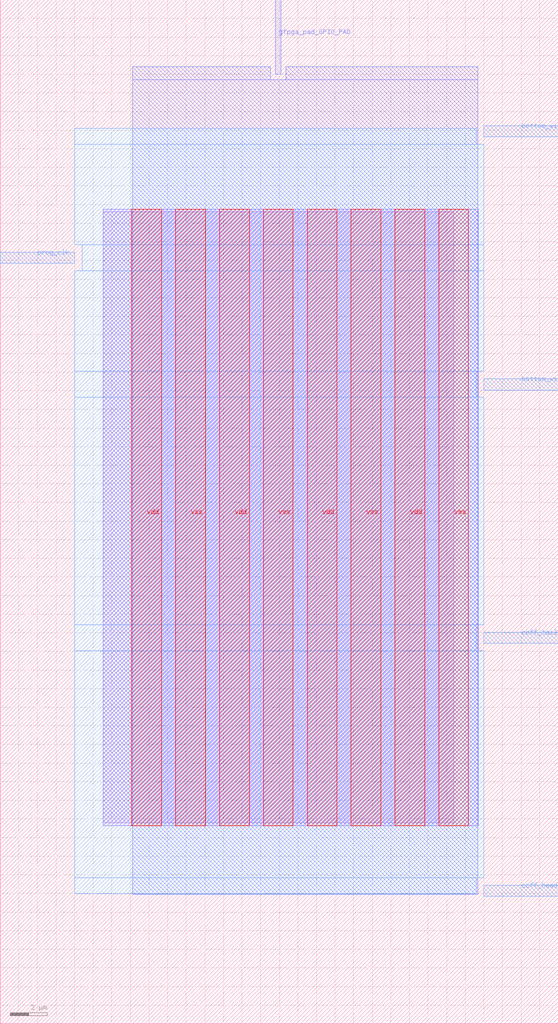
<source format=lef>
VERSION 5.7 ;
  NOWIREEXTENSIONATPIN ON ;
  DIVIDERCHAR "/" ;
  BUSBITCHARS "[]" ;
MACRO grid_io_top_out
  CLASS BLOCK ;
  FOREIGN grid_io_top_out ;
  ORIGIN 0.000 0.000 ;
  SIZE 30.000 BY 55.000 ;
  PIN bottom_width_0_height_0_subtile_0__pin_inpad_0_
    DIRECTION OUTPUT TRISTATE ;
    USE SIGNAL ;
    PORT
      LAYER met3 ;
        RECT 26.000 34.040 30.000 34.640 ;
    END
  END bottom_width_0_height_0_subtile_0__pin_inpad_0_
  PIN bottom_width_0_height_0_subtile_0__pin_outpad_0_
    DIRECTION INPUT ;
    USE SIGNAL ;
    ANTENNAGATEAREA 0.196500 ;
    PORT
      LAYER met3 ;
        RECT 26.000 47.640 30.000 48.240 ;
    END
  END bottom_width_0_height_0_subtile_0__pin_outpad_0_
  PIN ccff_head
    DIRECTION INPUT ;
    USE SIGNAL ;
    ANTENNAGATEAREA 0.196500 ;
    PORT
      LAYER met3 ;
        RECT 26.000 6.840 30.000 7.440 ;
    END
  END ccff_head
  PIN ccff_tail
    DIRECTION OUTPUT TRISTATE ;
    USE SIGNAL ;
    ANTENNADIFFAREA 0.445500 ;
    PORT
      LAYER met3 ;
        RECT 26.000 20.440 30.000 21.040 ;
    END
  END ccff_tail
  PIN gfpga_pad_GPIO_PAD
    DIRECTION OUTPUT TRISTATE ;
    USE SIGNAL ;
    ANTENNADIFFAREA 0.795200 ;
    PORT
      LAYER met2 ;
        RECT 14.810 51.000 15.090 55.000 ;
    END
  END gfpga_pad_GPIO_PAD
  PIN prog_clk
    DIRECTION INPUT ;
    USE SIGNAL ;
    ANTENNAGATEAREA 0.159000 ;
    PORT
      LAYER met3 ;
        RECT 0.000 40.840 4.000 41.440 ;
    END
  END prog_clk
  PIN vdd
    DIRECTION INOUT ;
    USE POWER ;
    PORT
      LAYER met4 ;
        RECT 7.075 10.640 8.675 43.760 ;
    END
    PORT
      LAYER met4 ;
        RECT 11.790 10.640 13.390 43.760 ;
    END
    PORT
      LAYER met4 ;
        RECT 16.505 10.640 18.105 43.760 ;
    END
    PORT
      LAYER met4 ;
        RECT 21.220 10.640 22.820 43.760 ;
    END
  END vdd
  PIN vss
    DIRECTION INOUT ;
    USE GROUND ;
    PORT
      LAYER met4 ;
        RECT 9.430 10.640 11.030 43.760 ;
    END
    PORT
      LAYER met4 ;
        RECT 14.145 10.640 15.745 43.760 ;
    END
    PORT
      LAYER met4 ;
        RECT 18.860 10.640 20.460 43.760 ;
    END
    PORT
      LAYER met4 ;
        RECT 23.575 10.640 25.175 43.760 ;
    END
  END vss
  OBS
      LAYER li1 ;
        RECT 5.520 10.795 24.380 43.605 ;
      LAYER met1 ;
        RECT 5.520 10.640 25.690 43.760 ;
      LAYER met2 ;
        RECT 7.105 50.720 14.530 51.410 ;
        RECT 15.370 50.720 25.670 51.410 ;
        RECT 7.105 6.955 25.670 50.720 ;
      LAYER met3 ;
        RECT 4.000 47.240 25.600 48.105 ;
        RECT 4.000 41.840 26.000 47.240 ;
        RECT 4.400 40.440 26.000 41.840 ;
        RECT 4.000 35.040 26.000 40.440 ;
        RECT 4.000 33.640 25.600 35.040 ;
        RECT 4.000 21.440 26.000 33.640 ;
        RECT 4.000 20.040 25.600 21.440 ;
        RECT 4.000 7.840 26.000 20.040 ;
        RECT 4.000 6.975 25.600 7.840 ;
  END
END grid_io_top_out
END LIBRARY


</source>
